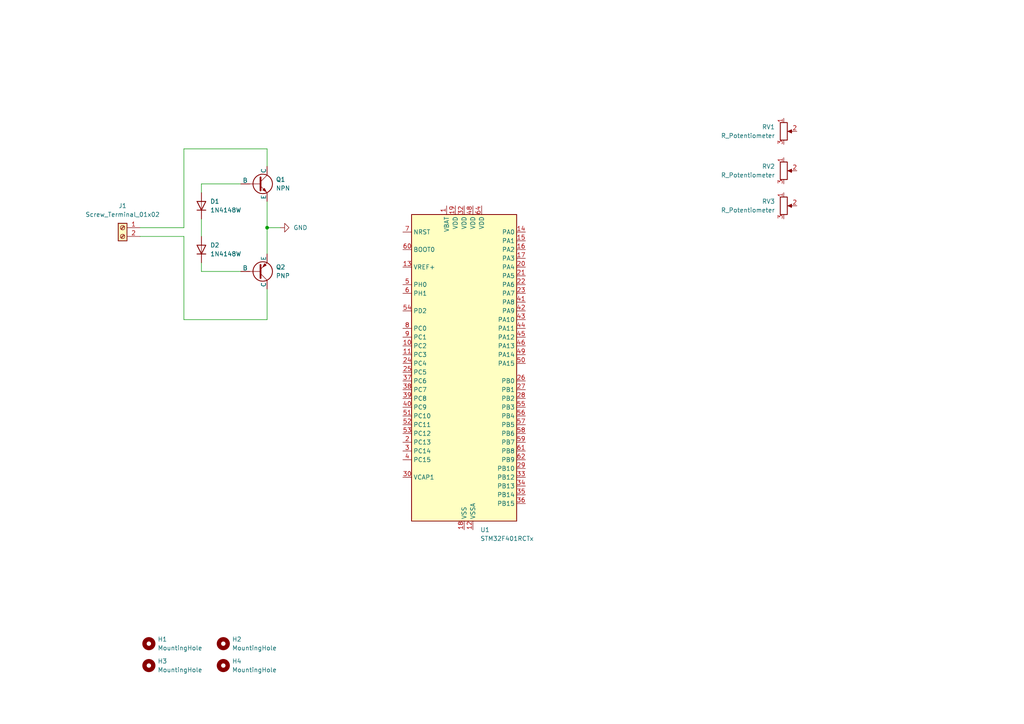
<source format=kicad_sch>
(kicad_sch (version 20250114) (generator "eeschema") (generator_version "9.0")
  (paper "A4")
  (lib_symbols
    (symbol "Connector:Screw_Terminal_01x02" (pin_names (offset 1.016) (hide yes))
      (property "Reference" "J" (at 0 2.54 0))
      (property "Value" "Screw_Terminal_01x02" (at 0 -5.08 0))
      (symbol "Screw_Terminal_01x02_1_1"
        (rectangle (start -1.27 1.27) (end 1.27 -3.81) (stroke (width 0.254)) (fill (type background)))
        (polyline (pts (xy -0.5334 0.3302) (xy 0.3302 -0.508)) (stroke (width 0.1524)))
        (polyline (pts (xy -0.5334 -2.2098) (xy 0.3302 -3.048)) (stroke (width 0.1524)))
        (polyline (pts (xy -0.3556 0.508) (xy 0.508 -0.3302)) (stroke (width 0.1524)))
        (polyline (pts (xy -0.3556 -2.032) (xy 0.508 -2.8702)) (stroke (width 0.1524)))
        (circle (center 0 0) (radius 0.635) (stroke (width 0.1524)))
        (circle (center 0 -2.54) (radius 0.635) (stroke (width 0.1524)))
        (pin passive line (at -5.08 0 0) (length 3.81) (name "Pin_1") (number "1"))
        (pin passive line (at -5.08 -2.54 0) (length 3.81) (name "Pin_2") (number "2"))
      )
    )
    (symbol "Device:R_Potentiometer" (pin_names (offset 1.016) (hide yes))
      (property "Reference" "RV" (at -4.445 0 90))
      (property "Value" "R_Potentiometer" (at -2.54 0 90))
      (symbol "R_Potentiometer_0_1"
        (rectangle (start 1.016 2.54) (end -1.016 -2.54) (stroke (width 0.254)))
        (polyline (pts (xy 1.143 0) (xy 2.286 0.508) (xy 2.286 -0.508) (xy 1.143 0)) (fill (type outline)))
        (polyline (pts (xy 2.54 0) (xy 1.524 0)))
      )
      (symbol "R_Potentiometer_1_1"
        (pin passive line (at 0 3.81 270) (length 1.27) (name "1") (number "1"))
        (pin passive line (at 0 -3.81 90) (length 1.27) (name "3") (number "3"))
        (pin passive line (at 3.81 0 180) (length 1.27) (name "2") (number "2"))
      )
    )
    (symbol "Diode:1N4148W" (pin_numbers (hide yes)) (pin_names (hide yes))
      (property "Reference" "D" (at 0 2.54 0))
      (property "Value" "1N4148W" (at 0 -2.54 0))
      (symbol "1N4148W_0_1"
        (polyline (pts (xy -1.27 1.27) (xy -1.27 -1.27)) (stroke (width 0.254)))
        (polyline (pts (xy 1.27 1.27) (xy 1.27 -1.27) (xy -1.27 0) (xy 1.27 1.27)) (stroke (width 0.254)))
        (polyline (pts (xy 1.27 0) (xy -1.27 0)))
      )
      (symbol "1N4148W_1_1"
        (pin passive line (at -3.81 0 0) (length 2.54) (name "K") (number "1"))
        (pin passive line (at 3.81 0 180) (length 2.54) (name "A") (number "2"))
      )
    )
    (symbol "MCU_ST_STM32F4:STM32F401RCTx"
      (property "Reference" "U" (at -15.24 46.99 0))
      (property "Value" "STM32F401RCTx" (at 7.62 46.99 0))
      (symbol "STM32F401RCTx_0_1"
        (rectangle (start -15.24 -43.18) (end 15.24 45.72) (stroke (width 0.254)) (fill (type background)))
      )
      (symbol "STM32F401RCTx_1_1"
        (pin input line (at -17.78 40.64 0) (length 2.54) (name "NRST") (number "7"))
        (pin input line (at -17.78 35.56 0) (length 2.54) (name "BOOT0") (number "60"))
        (pin input line (at -17.78 30.48 0) (length 2.54) (name "VREF+") (number "13"))
        (pin bidirectional line (at -17.78 25.4 0) (length 2.54) (name "PH0") (number "5"))
        (pin bidirectional line (at -17.78 22.86 0) (length 2.54) (name "PH1") (number "6"))
        (pin bidirectional line (at -17.78 17.78 0) (length 2.54) (name "PD2") (number "54"))
        (pin bidirectional line (at -17.78 12.7 0) (length 2.54) (name "PC0") (number "8"))
        (pin bidirectional line (at -17.78 10.16 0) (length 2.54) (name "PC1") (number "9"))
        (pin bidirectional line (at -17.78 7.62 0) (length 2.54) (name "PC2") (number "10"))
        (pin bidirectional line (at -17.78 5.08 0) (length 2.54) (name "PC3") (number "11"))
        (pin bidirectional line (at -17.78 2.54 0) (length 2.54) (name "PC4") (number "24"))
        (pin bidirectional line (at -17.78 0 0) (length 2.54) (name "PC5") (number "25"))
        (pin bidirectional line (at -17.78 -2.54 0) (length 2.54) (name "PC6") (number "37"))
        (pin bidirectional line (at -17.78 -5.08 0) (length 2.54) (name "PC7") (number "38"))
        (pin bidirectional line (at -17.78 -7.62 0) (length 2.54) (name "PC8") (number "39"))
        (pin bidirectional line (at -17.78 -10.16 0) (length 2.54) (name "PC9") (number "40"))
        (pin bidirectional line (at -17.78 -12.7 0) (length 2.54) (name "PC10") (number "51"))
        (pin bidirectional line (at -17.78 -15.24 0) (length 2.54) (name "PC11") (number "52"))
        (pin bidirectional line (at -17.78 -17.78 0) (length 2.54) (name "PC12") (number "53"))
        (pin bidirectional line (at -17.78 -20.32 0) (length 2.54) (name "PC13") (number "2"))
        (pin bidirectional line (at -17.78 -22.86 0) (length 2.54) (name "PC14") (number "3"))
        (pin bidirectional line (at -17.78 -25.4 0) (length 2.54) (name "PC15") (number "4"))
        (pin power_out line (at -17.78 -30.48 0) (length 2.54) (name "VCAP1") (number "30"))
        (pin power_in line (at -5.08 48.26 270) (length 2.54) (name "VBAT") (number "1"))
        (pin power_in line (at -2.54 48.26 270) (length 2.54) (name "VDD") (number "19"))
        (pin power_in line (at 0 48.26 270) (length 2.54) (name "VDD") (number "32"))
        (pin power_in line (at 0 -45.72 90) (length 2.54) (name "VSS") (number "18"))
        (pin passive line (at 0 -45.72 90) (length 2.54) (hide yes) (name "VSS") (number "31"))
        (pin passive line (at 0 -45.72 90) (length 2.54) (hide yes) (name "VSS") (number "47"))
        (pin passive line (at 0 -45.72 90) (length 2.54) (hide yes) (name "VSS") (number "63"))
        (pin power_in line (at 2.54 48.26 270) (length 2.54) (name "VDD") (number "48"))
        (pin power_in line (at 2.54 -45.72 90) (length 2.54) (name "VSSA") (number "12"))
        (pin power_in line (at 5.08 48.26 270) (length 2.54) (name "VDD") (number "64"))
        (pin bidirectional line (at 17.78 40.64 180) (length 2.54) (name "PA0") (number "14"))
        (pin bidirectional line (at 17.78 38.1 180) (length 2.54) (name "PA1") (number "15"))
        (pin bidirectional line (at 17.78 35.56 180) (length 2.54) (name "PA2") (number "16"))
        (pin bidirectional line (at 17.78 33.02 180) (length 2.54) (name "PA3") (number "17"))
        (pin bidirectional line (at 17.78 30.48 180) (length 2.54) (name "PA4") (number "20"))
        (pin bidirectional line (at 17.78 27.94 180) (length 2.54) (name "PA5") (number "21"))
        (pin bidirectional line (at 17.78 25.4 180) (length 2.54) (name "PA6") (number "22"))
        (pin bidirectional line (at 17.78 22.86 180) (length 2.54) (name "PA7") (number "23"))
        (pin bidirectional line (at 17.78 20.32 180) (length 2.54) (name "PA8") (number "41"))
        (pin bidirectional line (at 17.78 17.78 180) (length 2.54) (name "PA9") (number "42"))
        (pin bidirectional line (at 17.78 15.24 180) (length 2.54) (name "PA10") (number "43"))
        (pin bidirectional line (at 17.78 12.7 180) (length 2.54) (name "PA11") (number "44"))
        (pin bidirectional line (at 17.78 10.16 180) (length 2.54) (name "PA12") (number "45"))
        (pin bidirectional line (at 17.78 7.62 180) (length 2.54) (name "PA13") (number "46"))
        (pin bidirectional line (at 17.78 5.08 180) (length 2.54) (name "PA14") (number "49"))
        (pin bidirectional line (at 17.78 2.54 180) (length 2.54) (name "PA15") (number "50"))
        (pin bidirectional line (at 17.78 -2.54 180) (length 2.54) (name "PB0") (number "26"))
        (pin bidirectional line (at 17.78 -5.08 180) (length 2.54) (name "PB1") (number "27"))
        (pin bidirectional line (at 17.78 -7.62 180) (length 2.54) (name "PB2") (number "28"))
        (pin bidirectional line (at 17.78 -10.16 180) (length 2.54) (name "PB3") (number "55"))
        (pin bidirectional line (at 17.78 -12.7 180) (length 2.54) (name "PB4") (number "56"))
        (pin bidirectional line (at 17.78 -15.24 180) (length 2.54) (name "PB5") (number "57"))
        (pin bidirectional line (at 17.78 -17.78 180) (length 2.54) (name "PB6") (number "58"))
        (pin bidirectional line (at 17.78 -20.32 180) (length 2.54) (name "PB7") (number "59"))
        (pin bidirectional line (at 17.78 -22.86 180) (length 2.54) (name "PB8") (number "61"))
        (pin bidirectional line (at 17.78 -25.4 180) (length 2.54) (name "PB9") (number "62"))
        (pin bidirectional line (at 17.78 -27.94 180) (length 2.54) (name "PB10") (number "29"))
        (pin bidirectional line (at 17.78 -30.48 180) (length 2.54) (name "PB12") (number "33"))
        (pin bidirectional line (at 17.78 -33.02 180) (length 2.54) (name "PB13") (number "34"))
        (pin bidirectional line (at 17.78 -35.56 180) (length 2.54) (name "PB14") (number "35"))
        (pin bidirectional line (at 17.78 -38.1 180) (length 2.54) (name "PB15") (number "36"))
      )
    )
    (symbol "Mechanical:MountingHole" (pin_names (offset 1.016)) (in_bom no)
      (property "Reference" "H" (at 0 5.08 0))
      (property "Value" "MountingHole" (at 0 3.175 0))
      (symbol "MountingHole_0_1"
        (circle (center 0 0) (radius 1.27) (stroke (width 1.27)))
      )
    )
    (symbol "Simulation_SPICE:NPN" (pin_numbers (hide yes)) (pin_names (offset 0))
      (property "Reference" "Q" (at -2.54 7.62 0))
      (property "Value" "NPN" (at -2.54 5.08 0))
      (symbol "NPN_0_1"
        (polyline (pts (xy -2.54 0) (xy 0.635 0)) (stroke (width 0.1524)))
        (polyline (pts (xy 0.635 1.905) (xy 0.635 -1.905) (xy 0.635 -1.905)) (stroke (width 0.508)))
        (polyline (pts (xy 0.635 0.635) (xy 2.54 2.54)))
        (polyline (pts (xy 0.635 -0.635) (xy 2.54 -2.54) (xy 2.54 -2.54)))
        (circle (center 1.27 0) (radius 2.8194) (stroke (width 0.254)))
        (polyline (pts (xy 1.27 -1.778) (xy 1.778 -1.27) (xy 2.286 -2.286) (xy 1.27 -1.778) (xy 1.27 -1.778)) (fill (type outline)))
        (polyline (pts (xy 2.794 -1.27) (xy 2.794 -1.27)) (stroke (width 0.1524)))
        (polyline (pts (xy 2.794 -1.27) (xy 2.794 -1.27)) (stroke (width 0.1524)))
      )
      (symbol "NPN_1_1"
        (pin input line (at -5.08 0 0) (length 2.54) (name "B") (number "2"))
        (pin open_collector line (at 2.54 5.08 270) (length 2.54) (name "C") (number "1"))
        (pin open_emitter line (at 2.54 -5.08 90) (length 2.54) (name "E") (number "3"))
      )
    )
    (symbol "Simulation_SPICE:PNP" (pin_numbers (hide yes)) (pin_names (offset 0))
      (property "Reference" "Q" (at -2.54 7.62 0))
      (property "Value" "PNP" (at -2.54 5.08 0))
      (symbol "PNP_0_1"
        (polyline (pts (xy -2.54 0) (xy 0.635 0)) (stroke (width 0.1524)))
        (polyline (pts (xy 0.635 1.905) (xy 0.635 -1.905) (xy 0.635 -1.905)) (stroke (width 0.508)))
        (polyline (pts (xy 0.635 0.635) (xy 2.54 2.54)))
        (polyline (pts (xy 0.635 -0.635) (xy 2.54 -2.54) (xy 2.54 -2.54)))
        (circle (center 1.27 0) (radius 2.8194) (stroke (width 0.254)))
        (polyline (pts (xy 2.286 -1.778) (xy 1.778 -2.286) (xy 1.27 -1.27) (xy 2.286 -1.778) (xy 2.286 -1.778)) (fill (type outline)))
      )
      (symbol "PNP_1_1"
        (pin input line (at -5.08 0 0) (length 2.54) (name "B") (number "2"))
        (pin open_collector line (at 2.54 5.08 270) (length 2.54) (name "C") (number "1"))
        (pin open_emitter line (at 2.54 -5.08 90) (length 2.54) (name "E") (number "3"))
      )
    )
    (symbol "power:GND" (power) (pin_numbers (hide yes)) (pin_names (offset 0) (hide yes))
      (property "Value" "GND" (at 0 -3.81 0))
      (symbol "GND_0_1"
        (polyline (pts (xy 0 0) (xy 0 -1.27) (xy 1.27 -1.27) (xy 0 -2.54) (xy -1.27 -1.27) (xy 0 -1.27)))
      )
      (symbol "GND_1_1"
        (pin power_in line (at 0 0 270) (length 0) (name "~") (number "1"))
      )
    )
  )
  (junction (at 77.47 66.04))
  (wire (pts (xy 69.85 78.74) (xy 58.42 78.74)))
  (wire (pts (xy 40.64 66.04) (xy 53.34 66.04)))
  (wire (pts (xy 77.47 92.71) (xy 77.47 83.82)))
  (wire (pts (xy 77.47 73.66) (xy 77.47 66.04)))
  (wire (pts (xy 58.42 78.74) (xy 58.42 76.2)))
  (wire (pts (xy 58.42 63.5) (xy 58.42 68.58)))
  (wire (pts (xy 53.34 66.04) (xy 53.34 43.18)))
  (wire (pts (xy 77.47 66.04) (xy 81.28 66.04)))
  (wire (pts (xy 58.42 55.88) (xy 58.42 53.34)))
  (wire (pts (xy 53.34 92.71) (xy 77.47 92.71)))
  (wire (pts (xy 77.47 66.04) (xy 77.47 58.42)))
  (wire (pts (xy 58.42 53.34) (xy 69.85 53.34)))
  (wire (pts (xy 53.34 43.18) (xy 77.47 43.18)))
  (wire (pts (xy 77.47 43.18) (xy 77.47 48.26)))
  (wire (pts (xy 40.64 68.58) (xy 53.34 68.58)))
  (wire (pts (xy 53.34 68.58) (xy 53.34 92.71)))
  (symbol (lib_id "Device:R_Potentiometer") (at 227.33 38.1 0) (unit 1)
    (property "Reference" "RV1" (at 224.79 36.8299 0) (effects (justify right)))
    (property "Value" "R_Potentiometer" (at 224.79 39.3699 0) (effects (justify right)))
    (property "Footprint" "PID_lib:front_plate_pot" (effects (hide yes)))
    (property "Description" "Potentiometer" (effects (hide yes)))
  )
  (symbol (lib_id "power:GND") (at 81.28 66.04 90) (unit 1)
    (property "Reference" "#PWR01" (effects (hide yes)))
    (property "Value" "GND" (at 85.09 66.0399 90) (effects (justify right)))
    (property "Description" "Power symbol creates a global label with name \"GND\" , ground" (effects (hide yes)))
  )
  (symbol (lib_id "Simulation_SPICE:NPN") (at 74.93 53.34 0) (unit 1)
    (property "Reference" "Q1" (at 80.01 52.0699 0) (effects (justify left)))
    (property "Value" "NPN" (at 80.01 54.6099 0) (effects (justify left)))
    (property "Datasheet" "https://ngspice.sourceforge.io/docs/ngspice-html-manual/manual.xhtml#cha_BJTs" (effects (hide yes)))
    (property "Description" "Bipolar transistor symbol for simulation only, substrate tied to the emitter" (effects (hide yes)))
    (property "Sim.Device" "NPN" (effects (hide yes)))
    (property "Sim.Type" "GUMMELPOON" (effects (hide yes)))
    (property "Sim.Pins" "1=C 2=B 3=E" (effects (hide yes)))
  )
  (symbol (lib_id "Mechanical:MountingHole") (at 43.18 186.69 0) (unit 1) (in_bom no)
    (property "Reference" "H1" (at 45.72 185.4199 0) (effects (justify left)))
    (property "Value" "MountingHole" (at 45.72 187.9599 0) (effects (justify left)))
    (property "Footprint" "PID_lib:M3_hole_with_spacer" (effects (hide yes)))
    (property "Description" "Mounting Hole without connection" (effects (hide yes)))
  )
  (symbol (lib_id "Mechanical:MountingHole") (at 64.77 186.69 0) (unit 1) (in_bom no)
    (property "Reference" "H2" (at 67.31 185.4199 0) (effects (justify left)))
    (property "Value" "MountingHole" (at 67.31 187.9599 0) (effects (justify left)))
    (property "Footprint" "PID_lib:M3_hole_with_spacer" (effects (hide yes)))
    (property "Description" "Mounting Hole without connection" (effects (hide yes)))
  )
  (symbol (lib_id "MCU_ST_STM32F4:STM32F401RCTx") (at 134.62 107.95 0) (unit 1)
    (property "Reference" "U1" (at 139.3033 153.67 0) (effects (justify left)))
    (property "Value" "STM32F401RCTx" (at 139.3033 156.21 0) (effects (justify left)))
    (property "Footprint" "Package_QFP:LQFP-64_10x10mm_P0.5mm" (effects (hide yes)))
    (property "Datasheet" "https://www.st.com/resource/en/datasheet/stm32f401rc.pdf" (effects (hide yes)))
    (property "Description" "STMicroelectronics Arm Cortex-M4 MCU, 256KB flash, 64KB RAM, 84 MHz, 1.7-3.6V, 50 GPIO, LQFP64" (effects (hide yes)))
  )
  (symbol (lib_id "Device:R_Potentiometer") (at 227.33 49.53 0) (unit 1)
    (property "Reference" "RV2" (at 224.79 48.2599 0) (effects (justify right)))
    (property "Value" "R_Potentiometer" (at 224.79 50.7999 0) (effects (justify right)))
    (property "Footprint" "PID_lib:front_plate_pot" (effects (hide yes)))
    (property "Description" "Potentiometer" (effects (hide yes)))
  )
  (symbol (lib_id "Mechanical:MountingHole") (at 43.18 193.04 0) (unit 1) (in_bom no)
    (property "Reference" "H3" (at 45.72 191.7699 0) (effects (justify left)))
    (property "Value" "MountingHole" (at 45.72 194.3099 0) (effects (justify left)))
    (property "Footprint" "PID_lib:M3_hole_with_spacer" (effects (hide yes)))
    (property "Description" "Mounting Hole without connection" (effects (hide yes)))
  )
  (symbol (lib_id "Connector:Screw_Terminal_01x02") (at 35.56 66.04 0) (mirror y) (unit 1)
    (property "Reference" "J1" (at 35.56 59.69 0))
    (property "Value" "Screw_Terminal_01x02" (at 35.56 62.23 0))
    (property "Footprint" "TerminalBlock_Phoenix:TerminalBlock_Phoenix_MKDS-3-2-5.08_1x02_P5.08mm_Horizontal" (effects (hide yes)))
    (property "Description" "Generic screw terminal, single row, 01x02, script generated (kicad-library-utils/schlib/autogen/connector/)" (effects (hide yes)))
  )
  (symbol (lib_id "Device:R_Potentiometer") (at 227.33 59.69 0) (unit 1)
    (property "Reference" "RV3" (at 224.79 58.4199 0) (effects (justify right)))
    (property "Value" "R_Potentiometer" (at 224.79 60.9599 0) (effects (justify right)))
    (property "Footprint" "PID_lib:front_plate_pot" (effects (hide yes)))
    (property "Description" "Potentiometer" (effects (hide yes)))
  )
  (symbol (lib_id "Diode:1N4148W") (at 58.42 59.69 90) (unit 1)
    (property "Reference" "D1" (at 60.96 58.4199 90) (effects (justify right)))
    (property "Value" "1N4148W" (at 60.96 60.9599 90) (effects (justify right)))
    (property "Footprint" "Diode_SMD:D_SOD-123" (effects (hide yes)))
    (property "Datasheet" "https://www.vishay.com/docs/85748/1n4148w.pdf" (effects (hide yes)))
    (property "Description" "75V 0.15A Fast Switching Diode, SOD-123" (effects (hide yes)))
    (property "Sim.Device" "D" (effects (hide yes)))
    (property "Sim.Pins" "1=K 2=A" (effects (hide yes)))
  )
  (symbol (lib_id "Simulation_SPICE:PNP") (at 74.93 78.74 0) (mirror x) (unit 1)
    (property "Reference" "Q2" (at 80.01 77.4699 0) (effects (justify left)))
    (property "Value" "PNP" (at 80.01 80.0099 0) (effects (justify left)))
    (property "Datasheet" "https://ngspice.sourceforge.io/docs/ngspice-html-manual/manual.xhtml#cha_BJTs" (effects (hide yes)))
    (property "Description" "Bipolar transistor symbol for simulation only, substrate tied to the emitter" (effects (hide yes)))
    (property "Sim.Device" "PNP" (effects (hide yes)))
    (property "Sim.Type" "GUMMELPOON" (effects (hide yes)))
    (property "Sim.Pins" "1=C 2=B 3=E" (effects (hide yes)))
  )
  (symbol (lib_id "Mechanical:MountingHole") (at 64.77 193.04 0) (unit 1) (in_bom no)
    (property "Reference" "H4" (at 67.31 191.7699 0) (effects (justify left)))
    (property "Value" "MountingHole" (at 67.31 194.3099 0) (effects (justify left)))
    (property "Footprint" "PID_lib:M3_hole_with_spacer" (effects (hide yes)))
    (property "Description" "Mounting Hole without connection" (effects (hide yes)))
  )
  (symbol (lib_id "Diode:1N4148W") (at 58.42 72.39 90) (unit 1)
    (property "Reference" "D2" (at 60.96 71.1199 90) (effects (justify right)))
    (property "Value" "1N4148W" (at 60.96 73.6599 90) (effects (justify right)))
    (property "Footprint" "Diode_SMD:D_SOD-123" (effects (hide yes)))
    (property "Datasheet" "https://www.vishay.com/docs/85748/1n4148w.pdf" (effects (hide yes)))
    (property "Description" "75V 0.15A Fast Switching Diode, SOD-123" (effects (hide yes)))
    (property "Sim.Device" "D" (effects (hide yes)))
    (property "Sim.Pins" "1=K 2=A" (effects (hide yes)))
  )
)
</source>
